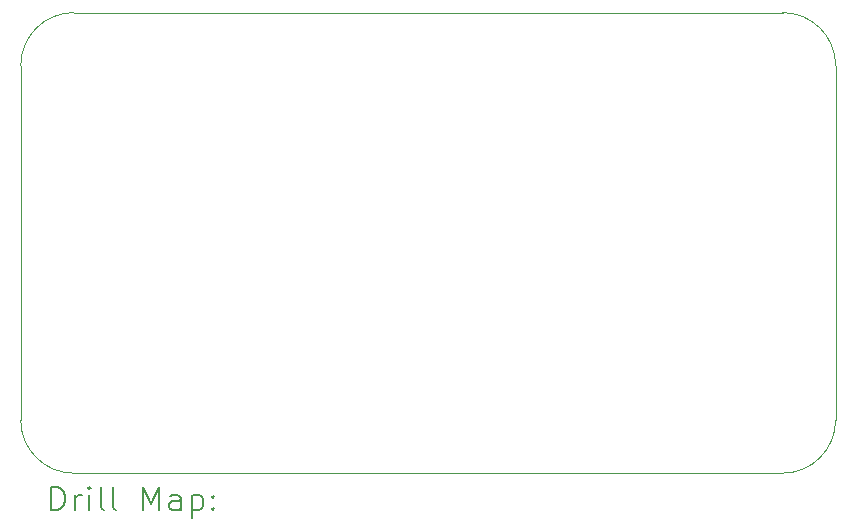
<source format=gbr>
%TF.GenerationSoftware,KiCad,Pcbnew,8.0.5*%
%TF.CreationDate,2024-10-22T02:27:30+03:00*%
%TF.ProjectId,DC36_DC5,44433336-5f44-4433-952e-6b696361645f,rev?*%
%TF.SameCoordinates,Original*%
%TF.FileFunction,Drillmap*%
%TF.FilePolarity,Positive*%
%FSLAX45Y45*%
G04 Gerber Fmt 4.5, Leading zero omitted, Abs format (unit mm)*
G04 Created by KiCad (PCBNEW 8.0.5) date 2024-10-22 02:27:30*
%MOMM*%
%LPD*%
G01*
G04 APERTURE LIST*
%ADD10C,0.050000*%
%ADD11C,0.200000*%
G04 APERTURE END LIST*
D10*
X15777300Y-11095400D02*
G75*
G02*
X15327300Y-11545400I-450000J0D01*
G01*
X9327300Y-7645400D02*
X15327300Y-7645400D01*
X15777300Y-11095400D02*
X15777300Y-8095400D01*
X8877300Y-8095400D02*
G75*
G02*
X9327300Y-7645400I450000J0D01*
G01*
X9327300Y-11545400D02*
G75*
G02*
X8877300Y-11095400I0J450000D01*
G01*
X15327300Y-7645400D02*
G75*
G02*
X15777300Y-8095400I0J-450000D01*
G01*
X9327300Y-11545400D02*
X15327300Y-11545400D01*
X8877300Y-11095400D02*
X8877300Y-8095400D01*
D11*
X9135577Y-11859384D02*
X9135577Y-11659384D01*
X9135577Y-11659384D02*
X9183196Y-11659384D01*
X9183196Y-11659384D02*
X9211767Y-11668908D01*
X9211767Y-11668908D02*
X9230815Y-11687955D01*
X9230815Y-11687955D02*
X9240339Y-11707003D01*
X9240339Y-11707003D02*
X9249863Y-11745098D01*
X9249863Y-11745098D02*
X9249863Y-11773669D01*
X9249863Y-11773669D02*
X9240339Y-11811765D01*
X9240339Y-11811765D02*
X9230815Y-11830812D01*
X9230815Y-11830812D02*
X9211767Y-11849860D01*
X9211767Y-11849860D02*
X9183196Y-11859384D01*
X9183196Y-11859384D02*
X9135577Y-11859384D01*
X9335577Y-11859384D02*
X9335577Y-11726050D01*
X9335577Y-11764146D02*
X9345101Y-11745098D01*
X9345101Y-11745098D02*
X9354624Y-11735574D01*
X9354624Y-11735574D02*
X9373672Y-11726050D01*
X9373672Y-11726050D02*
X9392720Y-11726050D01*
X9459386Y-11859384D02*
X9459386Y-11726050D01*
X9459386Y-11659384D02*
X9449863Y-11668908D01*
X9449863Y-11668908D02*
X9459386Y-11678431D01*
X9459386Y-11678431D02*
X9468910Y-11668908D01*
X9468910Y-11668908D02*
X9459386Y-11659384D01*
X9459386Y-11659384D02*
X9459386Y-11678431D01*
X9583196Y-11859384D02*
X9564148Y-11849860D01*
X9564148Y-11849860D02*
X9554624Y-11830812D01*
X9554624Y-11830812D02*
X9554624Y-11659384D01*
X9687958Y-11859384D02*
X9668910Y-11849860D01*
X9668910Y-11849860D02*
X9659386Y-11830812D01*
X9659386Y-11830812D02*
X9659386Y-11659384D01*
X9916529Y-11859384D02*
X9916529Y-11659384D01*
X9916529Y-11659384D02*
X9983196Y-11802241D01*
X9983196Y-11802241D02*
X10049863Y-11659384D01*
X10049863Y-11659384D02*
X10049863Y-11859384D01*
X10230815Y-11859384D02*
X10230815Y-11754622D01*
X10230815Y-11754622D02*
X10221291Y-11735574D01*
X10221291Y-11735574D02*
X10202244Y-11726050D01*
X10202244Y-11726050D02*
X10164148Y-11726050D01*
X10164148Y-11726050D02*
X10145101Y-11735574D01*
X10230815Y-11849860D02*
X10211767Y-11859384D01*
X10211767Y-11859384D02*
X10164148Y-11859384D01*
X10164148Y-11859384D02*
X10145101Y-11849860D01*
X10145101Y-11849860D02*
X10135577Y-11830812D01*
X10135577Y-11830812D02*
X10135577Y-11811765D01*
X10135577Y-11811765D02*
X10145101Y-11792717D01*
X10145101Y-11792717D02*
X10164148Y-11783193D01*
X10164148Y-11783193D02*
X10211767Y-11783193D01*
X10211767Y-11783193D02*
X10230815Y-11773669D01*
X10326053Y-11726050D02*
X10326053Y-11926050D01*
X10326053Y-11735574D02*
X10345101Y-11726050D01*
X10345101Y-11726050D02*
X10383196Y-11726050D01*
X10383196Y-11726050D02*
X10402244Y-11735574D01*
X10402244Y-11735574D02*
X10411767Y-11745098D01*
X10411767Y-11745098D02*
X10421291Y-11764146D01*
X10421291Y-11764146D02*
X10421291Y-11821288D01*
X10421291Y-11821288D02*
X10411767Y-11840336D01*
X10411767Y-11840336D02*
X10402244Y-11849860D01*
X10402244Y-11849860D02*
X10383196Y-11859384D01*
X10383196Y-11859384D02*
X10345101Y-11859384D01*
X10345101Y-11859384D02*
X10326053Y-11849860D01*
X10507005Y-11840336D02*
X10516529Y-11849860D01*
X10516529Y-11849860D02*
X10507005Y-11859384D01*
X10507005Y-11859384D02*
X10497482Y-11849860D01*
X10497482Y-11849860D02*
X10507005Y-11840336D01*
X10507005Y-11840336D02*
X10507005Y-11859384D01*
X10507005Y-11735574D02*
X10516529Y-11745098D01*
X10516529Y-11745098D02*
X10507005Y-11754622D01*
X10507005Y-11754622D02*
X10497482Y-11745098D01*
X10497482Y-11745098D02*
X10507005Y-11735574D01*
X10507005Y-11735574D02*
X10507005Y-11754622D01*
M02*

</source>
